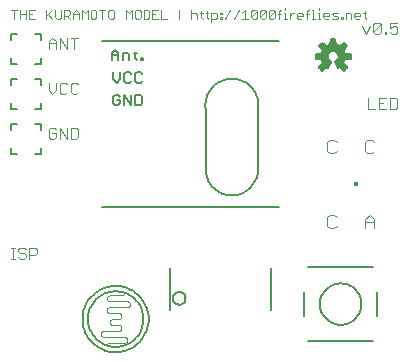
<source format=gto>
G75*
G70*
%OFA0B0*%
%FSLAX24Y24*%
%IPPOS*%
%LPD*%
%AMOC8*
5,1,8,0,0,1.08239X$1,22.5*
%
%ADD10C,0.0030*%
%ADD11C,0.0060*%
%ADD12C,0.0040*%
%ADD13R,0.0157X0.0157*%
%ADD14C,0.0080*%
%ADD15C,0.0050*%
%ADD16C,0.0059*%
D10*
X001065Y006656D02*
X001188Y006656D01*
X001127Y006656D02*
X001127Y007027D01*
X001188Y007027D02*
X001065Y007027D01*
X001311Y006965D02*
X001311Y006903D01*
X001372Y006841D01*
X001496Y006841D01*
X001557Y006780D01*
X001557Y006718D01*
X001496Y006656D01*
X001372Y006656D01*
X001311Y006718D01*
X001311Y006965D02*
X001372Y007027D01*
X001496Y007027D01*
X001557Y006965D01*
X001679Y007027D02*
X001864Y007027D01*
X001926Y006965D01*
X001926Y006841D01*
X001864Y006780D01*
X001679Y006780D01*
X001679Y006656D02*
X001679Y007027D01*
X002377Y010656D02*
X002500Y010656D01*
X002562Y010718D01*
X002562Y010841D01*
X002438Y010841D01*
X002315Y010718D02*
X002315Y010965D01*
X002377Y011027D01*
X002500Y011027D01*
X002562Y010965D01*
X002683Y011027D02*
X002930Y010656D01*
X002930Y011027D01*
X003052Y011027D02*
X003237Y011027D01*
X003299Y010965D01*
X003299Y010718D01*
X003237Y010656D01*
X003052Y010656D01*
X003052Y011027D01*
X002683Y011027D02*
X002683Y010656D01*
X002377Y010656D02*
X002315Y010718D01*
X002438Y012156D02*
X002562Y012280D01*
X002562Y012527D01*
X002683Y012465D02*
X002683Y012218D01*
X002745Y012156D01*
X002868Y012156D01*
X002930Y012218D01*
X003052Y012218D02*
X003052Y012465D01*
X003113Y012527D01*
X003237Y012527D01*
X003299Y012465D01*
X003299Y012218D02*
X003237Y012156D01*
X003113Y012156D01*
X003052Y012218D01*
X002930Y012465D02*
X002868Y012527D01*
X002745Y012527D01*
X002683Y012465D01*
X002438Y012156D02*
X002315Y012280D01*
X002315Y012527D01*
X002315Y013656D02*
X002315Y013903D01*
X002438Y014027D01*
X002562Y013903D01*
X002562Y013656D01*
X002683Y013656D02*
X002683Y014027D01*
X002930Y013656D01*
X002930Y014027D01*
X003052Y014027D02*
X003299Y014027D01*
X003175Y014027D02*
X003175Y013656D01*
X002562Y013841D02*
X002315Y013841D01*
X002244Y014656D02*
X002244Y014947D01*
X002292Y014801D02*
X002437Y014656D01*
X002538Y014705D02*
X002587Y014656D01*
X002683Y014656D01*
X002732Y014705D01*
X002732Y014947D01*
X002833Y014947D02*
X002978Y014947D01*
X003026Y014898D01*
X003026Y014801D01*
X002978Y014753D01*
X002833Y014753D01*
X002930Y014753D02*
X003026Y014656D01*
X003128Y014656D02*
X003128Y014850D01*
X003224Y014947D01*
X003321Y014850D01*
X003321Y014656D01*
X003422Y014656D02*
X003422Y014947D01*
X003519Y014850D01*
X003616Y014947D01*
X003616Y014656D01*
X003717Y014705D02*
X003717Y014898D01*
X003765Y014947D01*
X003862Y014947D01*
X003910Y014898D01*
X003910Y014705D01*
X003862Y014656D01*
X003765Y014656D01*
X003717Y014705D01*
X004012Y014947D02*
X004205Y014947D01*
X004108Y014947D02*
X004108Y014656D01*
X004306Y014705D02*
X004355Y014656D01*
X004451Y014656D01*
X004500Y014705D01*
X004500Y014898D01*
X004451Y014947D01*
X004355Y014947D01*
X004306Y014898D01*
X004306Y014705D01*
X004895Y014656D02*
X004895Y014947D01*
X004992Y014850D01*
X005089Y014947D01*
X005089Y014656D01*
X005190Y014705D02*
X005190Y014898D01*
X005238Y014947D01*
X005335Y014947D01*
X005384Y014898D01*
X005384Y014705D01*
X005335Y014656D01*
X005238Y014656D01*
X005190Y014705D01*
X005485Y014656D02*
X005485Y014947D01*
X005630Y014947D01*
X005678Y014898D01*
X005678Y014705D01*
X005630Y014656D01*
X005485Y014656D01*
X005779Y014656D02*
X005779Y014947D01*
X005973Y014947D01*
X006074Y014947D02*
X006074Y014656D01*
X006268Y014656D01*
X005973Y014656D02*
X005779Y014656D01*
X005779Y014801D02*
X005876Y014801D01*
X006663Y014947D02*
X006663Y014656D01*
X007056Y014656D02*
X007056Y014947D01*
X007105Y014850D02*
X007201Y014850D01*
X007250Y014801D01*
X007250Y014656D01*
X007399Y014705D02*
X007399Y014898D01*
X007351Y014850D02*
X007448Y014850D01*
X007547Y014850D02*
X007644Y014850D01*
X007596Y014898D02*
X007596Y014705D01*
X007644Y014656D01*
X007744Y014656D02*
X007889Y014656D01*
X007937Y014705D01*
X007937Y014801D01*
X007889Y014850D01*
X007744Y014850D01*
X007744Y014560D01*
X008038Y014656D02*
X008038Y014705D01*
X008087Y014705D01*
X008087Y014656D01*
X008038Y014656D01*
X008038Y014801D02*
X008038Y014850D01*
X008087Y014850D01*
X008087Y014801D01*
X008038Y014801D01*
X008186Y014656D02*
X008379Y014947D01*
X008674Y014947D02*
X008480Y014656D01*
X008775Y014656D02*
X008969Y014656D01*
X008872Y014656D02*
X008872Y014947D01*
X008775Y014850D01*
X009070Y014898D02*
X009070Y014705D01*
X009263Y014898D01*
X009263Y014705D01*
X009215Y014656D01*
X009118Y014656D01*
X009070Y014705D01*
X009070Y014898D02*
X009118Y014947D01*
X009215Y014947D01*
X009263Y014898D01*
X009364Y014898D02*
X009364Y014705D01*
X009558Y014898D01*
X009558Y014705D01*
X009509Y014656D01*
X009413Y014656D01*
X009364Y014705D01*
X009364Y014898D02*
X009413Y014947D01*
X009509Y014947D01*
X009558Y014898D01*
X009659Y014898D02*
X009659Y014705D01*
X009853Y014898D01*
X009853Y014705D01*
X009804Y014656D01*
X009707Y014656D01*
X009659Y014705D01*
X009659Y014898D02*
X009707Y014947D01*
X009804Y014947D01*
X009853Y014898D01*
X009954Y014801D02*
X010050Y014801D01*
X010002Y014898D02*
X010050Y014947D01*
X010002Y014898D02*
X010002Y014656D01*
X010150Y014656D02*
X010247Y014656D01*
X010198Y014656D02*
X010198Y014850D01*
X010150Y014850D01*
X010198Y014947D02*
X010198Y014995D01*
X010347Y014850D02*
X010347Y014656D01*
X010347Y014753D02*
X010443Y014850D01*
X010492Y014850D01*
X010592Y014801D02*
X010592Y014705D01*
X010640Y014656D01*
X010737Y014656D01*
X010786Y014753D02*
X010592Y014753D01*
X010592Y014801D02*
X010640Y014850D01*
X010737Y014850D01*
X010786Y014801D01*
X010786Y014753D01*
X010887Y014801D02*
X010983Y014801D01*
X010935Y014898D02*
X010935Y014656D01*
X011083Y014656D02*
X011180Y014656D01*
X011132Y014656D02*
X011132Y014947D01*
X011083Y014947D01*
X010983Y014947D02*
X010935Y014898D01*
X011280Y014850D02*
X011328Y014850D01*
X011328Y014656D01*
X011280Y014656D02*
X011376Y014656D01*
X011476Y014705D02*
X011476Y014801D01*
X011524Y014850D01*
X011621Y014850D01*
X011670Y014801D01*
X011670Y014753D01*
X011476Y014753D01*
X011476Y014705D02*
X011524Y014656D01*
X011621Y014656D01*
X011771Y014656D02*
X011916Y014656D01*
X011964Y014705D01*
X011916Y014753D01*
X011819Y014753D01*
X011771Y014801D01*
X011819Y014850D01*
X011964Y014850D01*
X012065Y014705D02*
X012114Y014705D01*
X012114Y014656D01*
X012065Y014656D01*
X012065Y014705D01*
X012213Y014656D02*
X012213Y014850D01*
X012358Y014850D01*
X012406Y014801D01*
X012406Y014656D01*
X012507Y014705D02*
X012507Y014801D01*
X012556Y014850D01*
X012652Y014850D01*
X012701Y014801D01*
X012701Y014753D01*
X012507Y014753D01*
X012507Y014705D02*
X012556Y014656D01*
X012652Y014656D01*
X012850Y014705D02*
X012850Y014898D01*
X012802Y014850D02*
X012899Y014850D01*
X012850Y014705D02*
X012899Y014656D01*
X013144Y014465D02*
X013206Y014527D01*
X013329Y014527D01*
X013391Y014465D01*
X013144Y014218D01*
X013206Y014156D01*
X013329Y014156D01*
X013391Y014218D01*
X013391Y014465D01*
X013144Y014465D02*
X013144Y014218D01*
X013023Y014403D02*
X012899Y014156D01*
X012776Y014403D01*
X013513Y014218D02*
X013574Y014218D01*
X013574Y014156D01*
X013513Y014156D01*
X013513Y014218D01*
X013697Y014218D02*
X013758Y014156D01*
X013882Y014156D01*
X013944Y014218D01*
X013944Y014341D01*
X013882Y014403D01*
X013820Y014403D01*
X013697Y014341D01*
X013697Y014527D01*
X013944Y014527D01*
X013882Y012027D02*
X013697Y012027D01*
X013697Y011656D01*
X013882Y011656D01*
X013944Y011718D01*
X013944Y011965D01*
X013882Y012027D01*
X013575Y012027D02*
X013328Y012027D01*
X013328Y011656D01*
X013575Y011656D01*
X013452Y011841D02*
X013328Y011841D01*
X013207Y011656D02*
X012960Y011656D01*
X012960Y012027D01*
X011328Y014947D02*
X011328Y014995D01*
X007448Y014656D02*
X007399Y014705D01*
X007105Y014850D02*
X007056Y014801D01*
X003321Y014801D02*
X003128Y014801D01*
X002833Y014656D02*
X002833Y014947D01*
X002538Y014947D02*
X002538Y014705D01*
X002437Y014947D02*
X002244Y014753D01*
X001848Y014656D02*
X001654Y014656D01*
X001654Y014947D01*
X001848Y014947D01*
X001751Y014801D02*
X001654Y014801D01*
X001553Y014801D02*
X001360Y014801D01*
X001360Y014656D02*
X001360Y014947D01*
X001258Y014947D02*
X001065Y014947D01*
X001162Y014947D02*
X001162Y014656D01*
X001553Y014656D02*
X001553Y014947D01*
D11*
X001850Y014141D02*
X002050Y014141D01*
X002050Y013941D01*
X002050Y013341D02*
X002050Y013141D01*
X001850Y013141D01*
X001850Y012641D02*
X002050Y012641D01*
X002050Y012441D01*
X002050Y011841D02*
X002050Y011641D01*
X001850Y011641D01*
X001850Y011141D02*
X002050Y011141D01*
X002050Y010941D01*
X002050Y010341D02*
X002050Y010141D01*
X001850Y010141D01*
X001250Y010141D02*
X001050Y010141D01*
X001050Y010341D01*
X001050Y010941D02*
X001050Y011141D01*
X001250Y011141D01*
X001250Y011641D02*
X001050Y011641D01*
X001050Y011841D01*
X001050Y012441D02*
X001050Y012641D01*
X001250Y012641D01*
X001250Y013141D02*
X001050Y013141D01*
X001050Y013341D01*
X001050Y013941D02*
X001050Y014141D01*
X001250Y014141D01*
X004414Y013498D02*
X004414Y013271D01*
X004414Y013441D02*
X004641Y013441D01*
X004641Y013498D02*
X004527Y013612D01*
X004414Y013498D01*
X004641Y013498D02*
X004641Y013271D01*
X004782Y013271D02*
X004782Y013498D01*
X004952Y013498D01*
X005009Y013441D01*
X005009Y013271D01*
X005207Y013328D02*
X005207Y013555D01*
X005150Y013498D02*
X005264Y013498D01*
X005207Y013328D02*
X005264Y013271D01*
X005396Y013271D02*
X005396Y013328D01*
X005453Y013328D01*
X005453Y013271D01*
X005396Y013271D01*
X005382Y012862D02*
X005268Y012862D01*
X005212Y012805D01*
X005212Y012578D01*
X005268Y012521D01*
X005382Y012521D01*
X005439Y012578D01*
X005439Y012805D02*
X005382Y012862D01*
X005070Y012805D02*
X005014Y012862D01*
X004900Y012862D01*
X004843Y012805D01*
X004843Y012578D01*
X004900Y012521D01*
X005014Y012521D01*
X005070Y012578D01*
X004702Y012635D02*
X004702Y012862D01*
X004475Y012862D02*
X004475Y012635D01*
X004588Y012521D01*
X004702Y012635D01*
X004645Y012112D02*
X004532Y012112D01*
X004475Y012055D01*
X004475Y011828D01*
X004532Y011771D01*
X004645Y011771D01*
X004702Y011828D01*
X004702Y011941D01*
X004588Y011941D01*
X004702Y012055D02*
X004645Y012112D01*
X004843Y012112D02*
X005070Y011771D01*
X005070Y012112D01*
X005212Y012112D02*
X005382Y012112D01*
X005439Y012055D01*
X005439Y011828D01*
X005382Y011771D01*
X005212Y011771D01*
X005212Y012112D01*
X004843Y012112D02*
X004843Y011771D01*
X006370Y006346D02*
X006370Y004936D01*
X006460Y005336D02*
X006462Y005365D01*
X006468Y005393D01*
X006477Y005420D01*
X006491Y005445D01*
X006507Y005469D01*
X006527Y005489D01*
X006549Y005508D01*
X006573Y005522D01*
X006600Y005534D01*
X006627Y005542D01*
X006656Y005546D01*
X006684Y005546D01*
X006713Y005542D01*
X006740Y005534D01*
X006767Y005522D01*
X006791Y005508D01*
X006813Y005489D01*
X006833Y005469D01*
X006849Y005445D01*
X006863Y005420D01*
X006872Y005393D01*
X006878Y005365D01*
X006880Y005336D01*
X006878Y005307D01*
X006872Y005279D01*
X006863Y005252D01*
X006849Y005227D01*
X006833Y005203D01*
X006813Y005183D01*
X006791Y005164D01*
X006767Y005150D01*
X006740Y005138D01*
X006713Y005130D01*
X006684Y005126D01*
X006656Y005126D01*
X006627Y005130D01*
X006600Y005138D01*
X006573Y005150D01*
X006549Y005164D01*
X006527Y005183D01*
X006507Y005203D01*
X006491Y005227D01*
X006477Y005252D01*
X006468Y005279D01*
X006462Y005307D01*
X006460Y005336D01*
X009730Y004936D02*
X009730Y006346D01*
D12*
X004845Y004051D02*
X004156Y004051D01*
X004138Y004053D01*
X004121Y004058D01*
X004104Y004066D01*
X004090Y004077D01*
X004078Y004090D01*
X004068Y004105D01*
X004062Y004122D01*
X004058Y004140D01*
X004058Y004158D01*
X004062Y004176D01*
X004068Y004193D01*
X004078Y004208D01*
X004090Y004221D01*
X004104Y004232D01*
X004121Y004240D01*
X004138Y004245D01*
X004156Y004247D01*
X004156Y004248D02*
X004648Y004248D01*
X004666Y004250D01*
X004683Y004255D01*
X004700Y004263D01*
X004714Y004274D01*
X004726Y004287D01*
X004736Y004302D01*
X004742Y004319D01*
X004746Y004337D01*
X004746Y004355D01*
X004742Y004373D01*
X004736Y004390D01*
X004726Y004405D01*
X004714Y004418D01*
X004700Y004429D01*
X004683Y004437D01*
X004666Y004442D01*
X004648Y004444D01*
X004452Y004444D01*
X004452Y004445D02*
X004434Y004447D01*
X004417Y004452D01*
X004400Y004460D01*
X004386Y004471D01*
X004374Y004484D01*
X004364Y004499D01*
X004358Y004516D01*
X004354Y004534D01*
X004354Y004552D01*
X004358Y004570D01*
X004364Y004587D01*
X004374Y004602D01*
X004386Y004615D01*
X004400Y004626D01*
X004417Y004634D01*
X004434Y004639D01*
X004452Y004641D01*
X004648Y004641D01*
X004648Y004642D02*
X004666Y004644D01*
X004683Y004649D01*
X004700Y004657D01*
X004714Y004668D01*
X004726Y004681D01*
X004736Y004696D01*
X004742Y004713D01*
X004746Y004731D01*
X004746Y004749D01*
X004742Y004767D01*
X004736Y004784D01*
X004726Y004799D01*
X004714Y004812D01*
X004700Y004823D01*
X004683Y004831D01*
X004666Y004836D01*
X004648Y004838D01*
X004353Y004838D01*
X004353Y004839D02*
X004335Y004841D01*
X004318Y004846D01*
X004301Y004854D01*
X004287Y004865D01*
X004275Y004878D01*
X004265Y004893D01*
X004259Y004910D01*
X004255Y004928D01*
X004255Y004946D01*
X004259Y004964D01*
X004265Y004981D01*
X004275Y004996D01*
X004287Y005009D01*
X004301Y005020D01*
X004318Y005028D01*
X004335Y005033D01*
X004353Y005035D01*
X004944Y005035D01*
X004962Y005037D01*
X004979Y005042D01*
X004996Y005050D01*
X005010Y005061D01*
X005022Y005074D01*
X005032Y005089D01*
X005038Y005106D01*
X005042Y005124D01*
X005042Y005142D01*
X005038Y005160D01*
X005032Y005177D01*
X005022Y005192D01*
X005010Y005205D01*
X004996Y005216D01*
X004979Y005224D01*
X004962Y005229D01*
X004944Y005231D01*
X004944Y005232D02*
X004353Y005232D01*
X004335Y005234D01*
X004318Y005239D01*
X004301Y005247D01*
X004287Y005258D01*
X004275Y005271D01*
X004265Y005286D01*
X004259Y005303D01*
X004255Y005321D01*
X004255Y005339D01*
X004259Y005357D01*
X004265Y005374D01*
X004275Y005389D01*
X004287Y005402D01*
X004301Y005413D01*
X004318Y005421D01*
X004335Y005426D01*
X004353Y005428D01*
X004353Y005429D02*
X004747Y005429D01*
X004764Y005430D01*
X004781Y005435D01*
X004796Y005442D01*
X004810Y005452D01*
X004822Y005464D01*
X004832Y005478D01*
X004839Y005493D01*
X004844Y005510D01*
X004845Y005527D01*
X004845Y004050D02*
X004863Y004048D01*
X004880Y004043D01*
X004897Y004035D01*
X004911Y004024D01*
X004923Y004011D01*
X004933Y003996D01*
X004939Y003979D01*
X004943Y003961D01*
X004943Y003943D01*
X004939Y003925D01*
X004933Y003908D01*
X004923Y003893D01*
X004911Y003880D01*
X004897Y003869D01*
X004880Y003861D01*
X004863Y003856D01*
X004845Y003854D01*
X004353Y003854D01*
X004353Y003853D02*
X004336Y003852D01*
X004319Y003847D01*
X004304Y003840D01*
X004290Y003830D01*
X004278Y003818D01*
X004268Y003804D01*
X004261Y003789D01*
X004256Y003772D01*
X004255Y003755D01*
X011610Y007738D02*
X011686Y007661D01*
X011840Y007661D01*
X011917Y007738D01*
X011917Y008045D02*
X011840Y008122D01*
X011686Y008122D01*
X011610Y008045D01*
X011610Y007738D01*
X012860Y007661D02*
X012860Y007968D01*
X013013Y008122D01*
X013167Y007968D01*
X013167Y007661D01*
X013167Y007891D02*
X012860Y007891D01*
X012936Y010161D02*
X013090Y010161D01*
X013167Y010238D01*
X012936Y010161D02*
X012860Y010238D01*
X012860Y010545D01*
X012936Y010622D01*
X013090Y010622D01*
X013167Y010545D01*
X011917Y010545D02*
X011840Y010622D01*
X011686Y010622D01*
X011610Y010545D01*
X011610Y010238D01*
X011686Y010161D01*
X011840Y010161D01*
X011917Y010238D01*
D13*
X012550Y009141D03*
D14*
X013133Y006362D02*
X010967Y006362D01*
X010830Y005535D02*
X010830Y004748D01*
X010967Y003921D02*
X013133Y003921D01*
X013270Y004748D02*
X013270Y005535D01*
X011361Y005141D02*
X011363Y005193D01*
X011369Y005245D01*
X011379Y005296D01*
X011392Y005346D01*
X011410Y005396D01*
X011431Y005443D01*
X011455Y005489D01*
X011484Y005533D01*
X011515Y005575D01*
X011549Y005614D01*
X011586Y005651D01*
X011626Y005684D01*
X011669Y005715D01*
X011713Y005742D01*
X011759Y005766D01*
X011808Y005786D01*
X011857Y005802D01*
X011908Y005815D01*
X011959Y005824D01*
X012011Y005829D01*
X012063Y005830D01*
X012115Y005827D01*
X012167Y005820D01*
X012218Y005809D01*
X012268Y005795D01*
X012317Y005776D01*
X012364Y005754D01*
X012409Y005729D01*
X012453Y005700D01*
X012494Y005668D01*
X012533Y005633D01*
X012568Y005595D01*
X012601Y005554D01*
X012631Y005512D01*
X012657Y005467D01*
X012680Y005420D01*
X012699Y005371D01*
X012715Y005321D01*
X012727Y005271D01*
X012735Y005219D01*
X012739Y005167D01*
X012739Y005115D01*
X012735Y005063D01*
X012727Y005011D01*
X012715Y004961D01*
X012699Y004911D01*
X012680Y004862D01*
X012657Y004815D01*
X012631Y004770D01*
X012601Y004728D01*
X012568Y004687D01*
X012533Y004649D01*
X012494Y004614D01*
X012453Y004582D01*
X012409Y004553D01*
X012364Y004528D01*
X012317Y004506D01*
X012268Y004487D01*
X012218Y004473D01*
X012167Y004462D01*
X012115Y004455D01*
X012063Y004452D01*
X012011Y004453D01*
X011959Y004458D01*
X011908Y004467D01*
X011857Y004480D01*
X011808Y004496D01*
X011759Y004516D01*
X011713Y004540D01*
X011669Y004567D01*
X011626Y004598D01*
X011586Y004631D01*
X011549Y004668D01*
X011515Y004707D01*
X011484Y004749D01*
X011455Y004793D01*
X011431Y004839D01*
X011410Y004886D01*
X011392Y004936D01*
X011379Y004986D01*
X011369Y005037D01*
X011363Y005089D01*
X011361Y005141D01*
X003625Y004641D02*
X003627Y004701D01*
X003633Y004762D01*
X003643Y004821D01*
X003657Y004880D01*
X003674Y004938D01*
X003695Y004995D01*
X003720Y005050D01*
X003749Y005103D01*
X003781Y005155D01*
X003816Y005204D01*
X003855Y005251D01*
X003896Y005295D01*
X003940Y005336D01*
X003987Y005375D01*
X004036Y005410D01*
X004087Y005442D01*
X004141Y005471D01*
X004196Y005496D01*
X004253Y005517D01*
X004311Y005534D01*
X004370Y005548D01*
X004429Y005558D01*
X004490Y005564D01*
X004550Y005566D01*
X004610Y005564D01*
X004671Y005558D01*
X004730Y005548D01*
X004789Y005534D01*
X004847Y005517D01*
X004904Y005496D01*
X004959Y005471D01*
X005012Y005442D01*
X005064Y005410D01*
X005113Y005375D01*
X005160Y005336D01*
X005204Y005295D01*
X005245Y005251D01*
X005284Y005204D01*
X005319Y005155D01*
X005351Y005104D01*
X005380Y005050D01*
X005405Y004995D01*
X005426Y004938D01*
X005443Y004880D01*
X005457Y004821D01*
X005467Y004762D01*
X005473Y004701D01*
X005475Y004641D01*
X005473Y004581D01*
X005467Y004520D01*
X005457Y004461D01*
X005443Y004402D01*
X005426Y004344D01*
X005405Y004287D01*
X005380Y004232D01*
X005351Y004179D01*
X005319Y004127D01*
X005284Y004078D01*
X005245Y004031D01*
X005204Y003987D01*
X005160Y003946D01*
X005113Y003907D01*
X005064Y003872D01*
X005013Y003840D01*
X004959Y003811D01*
X004904Y003786D01*
X004847Y003765D01*
X004789Y003748D01*
X004730Y003734D01*
X004671Y003724D01*
X004610Y003718D01*
X004550Y003716D01*
X004490Y003718D01*
X004429Y003724D01*
X004370Y003734D01*
X004311Y003748D01*
X004253Y003765D01*
X004196Y003786D01*
X004141Y003811D01*
X004088Y003840D01*
X004036Y003872D01*
X003987Y003907D01*
X003940Y003946D01*
X003896Y003987D01*
X003855Y004031D01*
X003816Y004078D01*
X003781Y004127D01*
X003749Y004178D01*
X003720Y004232D01*
X003695Y004287D01*
X003674Y004344D01*
X003657Y004402D01*
X003643Y004461D01*
X003633Y004520D01*
X003627Y004581D01*
X003625Y004641D01*
X003448Y004641D02*
X003450Y004707D01*
X003456Y004773D01*
X003466Y004838D01*
X003479Y004902D01*
X003497Y004966D01*
X003518Y005028D01*
X003543Y005089D01*
X003572Y005149D01*
X003604Y005206D01*
X003639Y005262D01*
X003678Y005315D01*
X003720Y005366D01*
X003765Y005414D01*
X003813Y005460D01*
X003863Y005503D01*
X003916Y005542D01*
X003971Y005578D01*
X004028Y005611D01*
X004087Y005641D01*
X004147Y005667D01*
X004209Y005689D01*
X004273Y005708D01*
X004337Y005722D01*
X004402Y005733D01*
X004468Y005740D01*
X004534Y005743D01*
X004599Y005742D01*
X004665Y005737D01*
X004731Y005728D01*
X004795Y005715D01*
X004859Y005699D01*
X004922Y005678D01*
X004983Y005654D01*
X005043Y005627D01*
X005101Y005595D01*
X005157Y005561D01*
X005211Y005523D01*
X005263Y005482D01*
X005312Y005438D01*
X005358Y005391D01*
X005401Y005341D01*
X005442Y005289D01*
X005479Y005234D01*
X005512Y005178D01*
X005543Y005119D01*
X005570Y005059D01*
X005593Y004997D01*
X005612Y004934D01*
X005628Y004870D01*
X005640Y004805D01*
X005648Y004740D01*
X005652Y004674D01*
X005652Y004608D01*
X005648Y004542D01*
X005640Y004477D01*
X005628Y004412D01*
X005612Y004348D01*
X005593Y004285D01*
X005570Y004223D01*
X005543Y004163D01*
X005512Y004104D01*
X005479Y004048D01*
X005442Y003993D01*
X005401Y003941D01*
X005358Y003891D01*
X005312Y003844D01*
X005263Y003800D01*
X005211Y003759D01*
X005157Y003721D01*
X005101Y003687D01*
X005043Y003655D01*
X004983Y003628D01*
X004922Y003604D01*
X004859Y003583D01*
X004795Y003567D01*
X004731Y003554D01*
X004665Y003545D01*
X004599Y003540D01*
X004534Y003539D01*
X004468Y003542D01*
X004402Y003549D01*
X004337Y003560D01*
X004273Y003574D01*
X004209Y003593D01*
X004147Y003615D01*
X004087Y003641D01*
X004028Y003671D01*
X003971Y003704D01*
X003916Y003740D01*
X003863Y003779D01*
X003813Y003822D01*
X003765Y003868D01*
X003720Y003916D01*
X003678Y003967D01*
X003639Y004020D01*
X003604Y004076D01*
X003572Y004133D01*
X003543Y004193D01*
X003518Y004254D01*
X003497Y004316D01*
X003479Y004380D01*
X003466Y004444D01*
X003456Y004509D01*
X003450Y004575D01*
X003448Y004641D01*
D15*
X004097Y008385D02*
X010003Y008385D01*
X009300Y009641D02*
X009300Y011641D01*
X009306Y011699D01*
X009309Y011757D01*
X009308Y011815D01*
X009302Y011873D01*
X009294Y011931D01*
X009281Y011988D01*
X009264Y012043D01*
X009244Y012098D01*
X009221Y012151D01*
X009194Y012203D01*
X009163Y012252D01*
X009129Y012300D01*
X009093Y012345D01*
X009053Y012388D01*
X009011Y012428D01*
X008966Y012465D01*
X008919Y012499D01*
X008870Y012530D01*
X008818Y012558D01*
X008765Y012582D01*
X008711Y012602D01*
X008655Y012619D01*
X008599Y012633D01*
X008541Y012642D01*
X008483Y012648D01*
X008425Y012650D01*
X008367Y012648D01*
X008309Y012642D01*
X008251Y012633D01*
X008195Y012619D01*
X008139Y012602D01*
X008085Y012582D01*
X008032Y012558D01*
X007980Y012530D01*
X007931Y012499D01*
X007884Y012465D01*
X007839Y012428D01*
X007797Y012388D01*
X007757Y012345D01*
X007721Y012300D01*
X007687Y012252D01*
X007656Y012203D01*
X007629Y012151D01*
X007606Y012098D01*
X007586Y012043D01*
X007569Y011988D01*
X007556Y011931D01*
X007548Y011873D01*
X007542Y011815D01*
X007541Y011757D01*
X007544Y011699D01*
X007550Y011641D01*
X007550Y009641D01*
X007552Y009583D01*
X007558Y009524D01*
X007568Y009467D01*
X007581Y009410D01*
X007598Y009354D01*
X007619Y009299D01*
X007644Y009246D01*
X007672Y009195D01*
X007704Y009146D01*
X007738Y009099D01*
X007776Y009054D01*
X007817Y009012D01*
X007860Y008973D01*
X007906Y008937D01*
X007954Y008903D01*
X008004Y008874D01*
X008057Y008847D01*
X008111Y008824D01*
X008166Y008805D01*
X008222Y008790D01*
X008279Y008778D01*
X008337Y008770D01*
X008396Y008766D01*
X008454Y008766D01*
X008513Y008770D01*
X008571Y008778D01*
X008628Y008790D01*
X008684Y008805D01*
X008739Y008824D01*
X008793Y008847D01*
X008846Y008874D01*
X008896Y008903D01*
X008944Y008937D01*
X008990Y008973D01*
X009033Y009012D01*
X009074Y009054D01*
X009112Y009099D01*
X009146Y009146D01*
X009178Y009195D01*
X009206Y009246D01*
X009231Y009299D01*
X009252Y009354D01*
X009269Y009410D01*
X009282Y009467D01*
X009292Y009524D01*
X009298Y009583D01*
X009300Y009641D01*
X010003Y013897D02*
X004097Y013897D01*
D16*
X011214Y013463D02*
X011214Y013319D01*
X011404Y013300D01*
X011425Y013236D01*
X011456Y013176D01*
X011335Y013028D01*
X011436Y012926D01*
X011585Y013047D01*
X011645Y013016D01*
X011729Y013221D01*
X011692Y013242D01*
X011660Y013271D01*
X011636Y013307D01*
X011335Y013307D01*
X011421Y013249D02*
X011683Y013249D01*
X011717Y013192D02*
X011448Y013192D01*
X011422Y013134D02*
X011694Y013134D01*
X011670Y013077D02*
X011375Y013077D01*
X011343Y013019D02*
X011551Y013019D01*
X011639Y013019D02*
X011646Y013019D01*
X011480Y012962D02*
X011401Y012962D01*
X011636Y013307D02*
X011621Y013348D01*
X011615Y013391D01*
X011621Y013435D01*
X011636Y013476D01*
X011661Y013513D01*
X011694Y013542D01*
X011733Y013563D01*
X011776Y013574D01*
X011820Y013575D01*
X011863Y013565D01*
X011902Y013545D01*
X011936Y013516D01*
X011962Y013480D01*
X011978Y013439D01*
X011984Y013395D01*
X011980Y013351D01*
X011965Y013310D01*
X011941Y013273D01*
X011909Y013242D01*
X011871Y013221D01*
X011955Y013016D01*
X012015Y013047D01*
X012164Y012926D01*
X012265Y013028D01*
X012144Y013176D01*
X012175Y013236D01*
X012196Y013300D01*
X012386Y013319D01*
X012386Y013463D01*
X012196Y013483D01*
X012175Y013547D01*
X012144Y013606D01*
X012265Y013755D01*
X012164Y013857D01*
X012015Y013736D01*
X011955Y013766D01*
X011891Y013787D01*
X011872Y013977D01*
X011728Y013977D01*
X011709Y013787D01*
X011645Y013766D01*
X011585Y013736D01*
X011436Y013857D01*
X011335Y013755D01*
X011456Y013606D01*
X011425Y013547D01*
X011404Y013483D01*
X011214Y013463D01*
X011214Y013422D02*
X011619Y013422D01*
X011619Y013365D02*
X011214Y013365D01*
X011376Y013480D02*
X011638Y013480D01*
X011688Y013537D02*
X011422Y013537D01*
X011450Y013595D02*
X012150Y013595D01*
X012178Y013537D02*
X011911Y013537D01*
X011962Y013480D02*
X012224Y013480D01*
X012386Y013422D02*
X011981Y013422D01*
X011981Y013365D02*
X012386Y013365D01*
X012265Y013307D02*
X011964Y013307D01*
X011917Y013249D02*
X012179Y013249D01*
X012152Y013192D02*
X011883Y013192D01*
X011906Y013134D02*
X012178Y013134D01*
X012225Y013077D02*
X011930Y013077D01*
X011954Y013019D02*
X011961Y013019D01*
X012049Y013019D02*
X012257Y013019D01*
X012199Y012962D02*
X012120Y012962D01*
X012182Y013652D02*
X011418Y013652D01*
X011371Y013710D02*
X012229Y013710D01*
X012253Y013767D02*
X012054Y013767D01*
X012125Y013825D02*
X012195Y013825D01*
X011952Y013767D02*
X011648Y013767D01*
X011713Y013825D02*
X011887Y013825D01*
X011882Y013883D02*
X011718Y013883D01*
X011724Y013940D02*
X011876Y013940D01*
X011546Y013767D02*
X011347Y013767D01*
X011405Y013825D02*
X011475Y013825D01*
M02*

</source>
